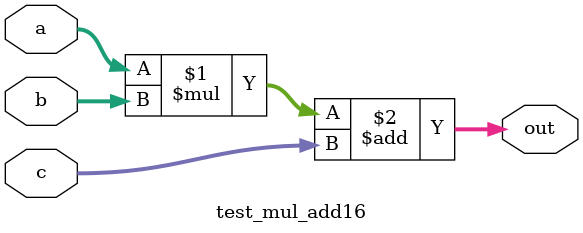
<source format=v>

module test_mul_add16(input [15:0] a, input [15:0] b, input [15:0] c, output [15:0] out);
  assign out = (a*b)+c;
endmodule
</source>
